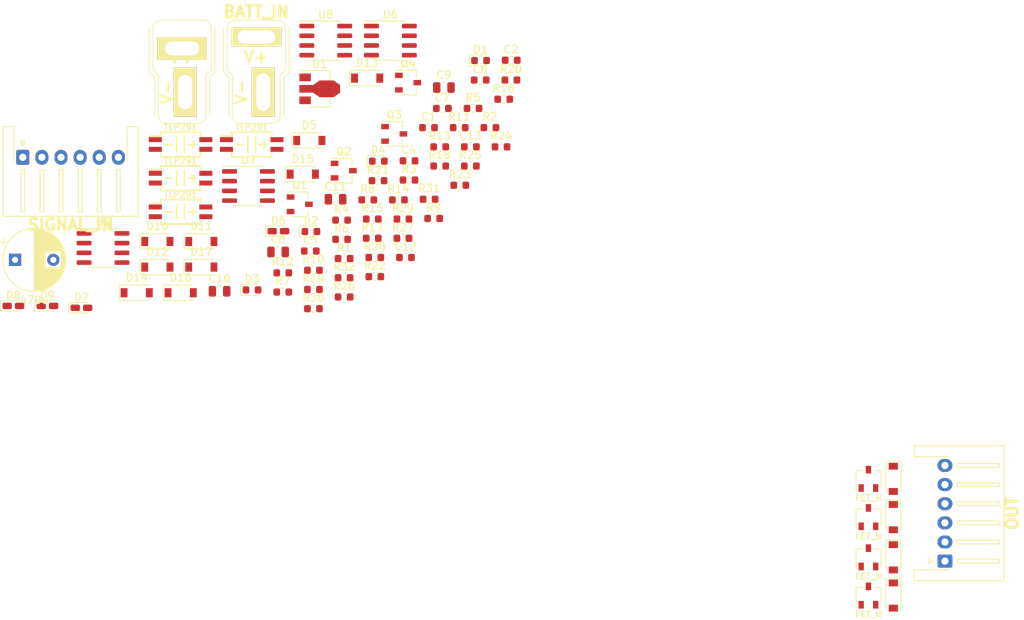
<source format=kicad_pcb>
(kicad_pcb (version 20171130) (host pcbnew "(5.1.2)-1")
  (layers (0 F.Cu signal) (31 B.Cu signal) (34 B.Paste user) (35 F.Paste user) (36 B.SilkS user) (37 F.SilkS user) (38 B.Mask user) (39 F.Mask user) (44 Edge.Cuts user))
  (net 0 "")
  (net 1 +12P)
  (net 2 GNDPWR)
  (net 3 batt+)
  (net 4 +BATT)
  (net 5 OUT_B)
  (net 6 "Net-(C8-Pad1)")
  (net 7 OUT_BN)
  (net 8 "Net-(C9-Pad1)")
  (net 9 "Net-(C10-Pad1)")
  (net 10 OUT_A)
  (net 11 "Net-(C11-Pad1)")
  (net 12 OUT_AN)
  (net 13 "Net-(D1-Pad2)")
  (net 14 "Net-(D2-Pad2)")
  (net 15 "Net-(D3-Pad2)")
  (net 16 "Net-(D4-Pad2)")
  (net 17 GND)
  (net 18 "Net-(D6-Pad2)")
  (net 19 "Net-(D7-Pad2)")
  (net 20 "Net-(D8-Pad2)")
  (net 21 "Net-(D9-Pad2)")
  (net 22 "Net-(D10-Pad2)")
  (net 23 "Net-(D11-Pad2)")
  (net 24 "Net-(D12-Pad2)")
  (net 25 "Net-(D13-Pad2)")
  (net 26 PWM_IN3)
  (net 27 PWM_IN2)
  (net 28 PWM_IN1)
  (net 29 PWM_IN0)
  (net 30 +5V)
  (net 31 "Net-(P4-Pad5)")
  (net 32 "Net-(P4-Pad6)")
  (net 33 "Net-(Q1-Pad1)")
  (net 34 "Net-(Q2-Pad1)")
  (net 35 "Net-(Q3-Pad1)")
  (net 36 "Net-(Q4-Pad1)")
  (net 37 "Net-(Q5-Pad1)")
  (net 38 "Net-(Q6-Pad1)")
  (net 39 "Net-(Q7-Pad1)")
  (net 40 "Net-(Q8-Pad1)")
  (net 41 "Net-(R5-Pad1)")
  (net 42 "Net-(R6-Pad1)")
  (net 43 "Net-(R7-Pad1)")
  (net 44 "Net-(R8-Pad1)")
  (net 45 PWM_Iso0)
  (net 46 PWM_Iso1)
  (net 47 PWM_Iso2)
  (net 48 PWM_Iso3)
  (net 49 "Net-(R17-Pad2)")
  (net 50 "Net-(R18-Pad2)")
  (net 51 "Net-(R19-Pad2)")
  (net 52 "Net-(R20-Pad2)")
  (net 53 "Net-(R25-Pad2)")
  (net 54 "Net-(R26-Pad2)")
  (net 55 "Net-(R27-Pad2)")
  (net 56 "Net-(R28-Pad2)")
  (net 57 "Net-(R29-Pad2)")
  (net 58 "Net-(R30-Pad2)")
  (net 59 "Net-(R31-Pad2)")
  (net 60 "Net-(R32-Pad2)")
  (module Capacitor_SMD:C_0603_1608Metric (layer F.Cu) (at 105.255001 43.345001)
    (fp_text reference C1 (at 0 -1.43) (layer F.SilkS))
    (fp_text value 0.1u)
    (pad 1 smd roundrect (at -0.7875 0) (size 0.875 0.95) (layers F.Cu F.Paste F.Mask) (net 1 +12P))
    (pad 2 smd roundrect (at 0.7875 0) (size 0.875 0.95) (layers F.Cu F.Paste F.Mask) (net 2 GNDPWR))
  )
  (module Capacitor_SMD:C_0603_1608Metric (layer F.Cu) (at 116.065001 34.535001)
    (fp_text reference C2 (at 0 -1.43) (layer F.SilkS))
    (fp_text value 0.1u)
    (pad 1 smd roundrect (at -0.7875 0) (size 0.875 0.95) (layers F.Cu F.Paste F.Mask) (net 3 batt+))
    (pad 2 smd roundrect (at 0.7875 0) (size 0.875 0.95) (layers F.Cu F.Paste F.Mask) (net 2 GNDPWR))
  )
  (module Capacitor_THT:CP_Radial_D8.0mm_P5.00mm (layer F.Cu) (at 51.219699 60.625001)
    (fp_text reference C3 hide)
    (fp_text value 470u (at 2.5 5.25) (layer F.SilkS))
    (pad 1 thru_hole rect (at 0 0) (size 1.6 1.6) (drill 0.8) (layers *.Cu *.Mask) (net 4 +BATT))
    (pad 2 thru_hole circle (at 5 0) (size 1.6 1.6) (drill 0.8) (layers *.Cu *.Mask) (net 2 GNDPWR))
  )
  (module Capacitor_SMD:C_0603_1608Metric (layer F.Cu) (at 102.705001 47.685001)
    (fp_text reference C4 (at 0 -1.43) (layer F.SilkS))
    (fp_text value 0.1u)
    (pad 2 smd roundrect (at 0.7875 0) (size 0.875 0.95) (layers F.Cu F.Paste F.Mask) (net 2 GNDPWR))
    (pad 1 smd roundrect (at -0.7875 0) (size 0.875 0.95) (layers F.Cu F.Paste F.Mask) (net 1 +12P))
  )
  (module Capacitor_SMD:C_0603_1608Metric (layer F.Cu) (at 89.805001 59.475001)
    (fp_text reference C5 (at 0 -1.43) (layer F.SilkS))
    (fp_text value 0.1u)
    (pad 2 smd roundrect (at 0.7875 0) (size 0.875 0.95) (layers F.Cu F.Paste F.Mask) (net 2 GNDPWR))
    (pad 1 smd roundrect (at -0.7875 0) (size 0.875 0.95) (layers F.Cu F.Paste F.Mask) (net 1 +12P))
  )
  (module Capacitor_SMD:C_0603_1608Metric (layer F.Cu) (at 112.015001 37.125001)
    (fp_text reference C6 (at 0 -1.43) (layer F.SilkS))
    (fp_text value 0.1u)
    (pad 2 smd roundrect (at 0.7875 0) (size 0.875 0.95) (layers F.Cu F.Paste F.Mask) (net 2 GNDPWR))
    (pad 1 smd roundrect (at -0.7875 0) (size 0.875 0.95) (layers F.Cu F.Paste F.Mask) (net 1 +12P))
  )
  (module Capacitor_SMD:C_0603_1608Metric (layer F.Cu) (at 107.065001 40.835001)
    (fp_text reference C7 (at 0 -1.43) (layer F.SilkS))
    (fp_text value 0.1u)
    (pad 2 smd roundrect (at 0.7875 0) (size 0.875 0.95) (layers F.Cu F.Paste F.Mask) (net 2 GNDPWR))
    (pad 1 smd roundrect (at -0.7875 0) (size 0.875 0.95) (layers F.Cu F.Paste F.Mask) (net 1 +12P))
  )
  (module Capacitor_SMD:C_0805_2012Metric (layer F.Cu) (at 85.595001 59.595001)
    (fp_text reference C8 (at 0 -1.65) (layer F.SilkS))
    (fp_text value 4.7u)
    (pad 2 smd roundrect (at 0.9375 0) (size 0.975 1.4) (layers F.Cu F.Paste F.Mask) (net 5 OUT_B))
    (pad 1 smd roundrect (at -0.9375 0) (size 0.975 1.4) (layers F.Cu F.Paste F.Mask) (net 6 "Net-(C8-Pad1)"))
  )
  (module Capacitor_SMD:C_0805_2012Metric (layer F.Cu) (at 107.265001 38.105001)
    (fp_text reference C9 (at 0 -1.65) (layer F.SilkS))
    (fp_text value 4.7u)
    (pad 2 smd roundrect (at 0.9375 0) (size 0.975 1.4) (layers F.Cu F.Paste F.Mask) (net 7 OUT_BN))
    (pad 1 smd roundrect (at -0.9375 0) (size 0.975 1.4) (layers F.Cu F.Paste F.Mask) (net 8 "Net-(C9-Pad1)"))
  )
  (module Capacitor_SMD:C_0805_2012Metric (layer F.Cu) (at 77.945001 64.735001)
    (fp_text reference C10 (at 0 -1.65) (layer F.SilkS))
    (fp_text value 4.7u)
    (pad 1 smd roundrect (at -0.9375 0) (size 0.975 1.4) (layers F.Cu F.Paste F.Mask) (net 9 "Net-(C10-Pad1)"))
    (pad 2 smd roundrect (at 0.9375 0) (size 0.975 1.4) (layers F.Cu F.Paste F.Mask) (net 10 OUT_A))
  )
  (module Capacitor_SMD:C_0805_2012Metric (layer F.Cu) (at 93.105001 52.705001)
    (fp_text reference C11 (at 0 -1.65) (layer F.SilkS))
    (fp_text value 4.7u)
    (pad 1 smd roundrect (at -0.9375 0) (size 0.975 1.4) (layers F.Cu F.Paste F.Mask) (net 11 "Net-(C11-Pad1)"))
    (pad 2 smd roundrect (at 0.9375 0) (size 0.975 1.4) (layers F.Cu F.Paste F.Mask) (net 12 OUT_AN))
  )
  (module Capacitor_SMD:C_0603_1608Metric (layer F.Cu) (at 102.245001 60.315001)
    (fp_text reference C12 (at 0 -1.43) (layer F.SilkS))
    (fp_text value 0.1u)
    (pad 1 smd roundrect (at -0.7875 0) (size 0.875 0.95) (layers F.Cu F.Paste F.Mask) (net 10 OUT_A))
    (pad 2 smd roundrect (at 0.7875 0) (size 0.875 0.95) (layers F.Cu F.Paste F.Mask) (net 12 OUT_AN))
  )
  (module Capacitor_SMD:C_0603_1608Metric (layer F.Cu) (at 110.725001 45.855001)
    (fp_text reference C13 (at 0 -1.43) (layer F.SilkS))
    (fp_text value 0.1u)
    (pad 1 smd roundrect (at -0.7875 0) (size 0.875 0.95) (layers F.Cu F.Paste F.Mask) (net 5 OUT_B))
    (pad 2 smd roundrect (at 0.7875 0) (size 0.875 0.95) (layers F.Cu F.Paste F.Mask) (net 7 OUT_BN))
  )
  (module LED_SMD:LED_0603_1608Metric (layer F.Cu) (at 112.055001 34.575001)
    (fp_text reference D1 (at 0 -1.43) (layer F.SilkS))
    (fp_text value BATT)
    (pad 1 smd roundrect (at -0.7875 0) (size 0.875 0.95) (layers F.Cu F.Paste F.Mask) (net 2 GNDPWR))
    (pad 2 smd roundrect (at 0.7875 0) (size 0.875 0.95) (layers F.Cu F.Paste F.Mask) (net 13 "Net-(D1-Pad2)"))
  )
  (module LED_SMD:LED_0603_1608Metric (layer F.Cu) (at 89.885001 56.925001)
    (fp_text reference D2 (at 0 -1.43) (layer F.SilkS))
    (fp_text value batt+)
    (pad 2 smd roundrect (at 0.7875 0) (size 0.875 0.95) (layers F.Cu F.Paste F.Mask) (net 14 "Net-(D2-Pad2)"))
    (pad 1 smd roundrect (at -0.7875 0) (size 0.875 0.95) (layers F.Cu F.Paste F.Mask) (net 2 GNDPWR))
  )
  (module LED_SMD:LED_0603_1608Metric (layer F.Cu) (at 82.195001 64.555001)
    (fp_text reference D3 (at 0 -1.43) (layer F.SilkS))
    (fp_text value +12P)
    (pad 1 smd roundrect (at -0.7875 0) (size 0.875 0.95) (layers F.Cu F.Paste F.Mask) (net 2 GNDPWR))
    (pad 2 smd roundrect (at 0.7875 0) (size 0.875 0.95) (layers F.Cu F.Paste F.Mask) (net 15 "Net-(D3-Pad2)"))
  )
  (module LED_SMD:LED_0603_1608Metric (layer F.Cu) (at 98.695001 47.725001)
    (fp_text reference D4 (at 0 -1.43) (layer F.SilkS))
    (fp_text value 5V)
    (pad 2 smd roundrect (at 0.7875 0) (size 0.875 0.95) (layers F.Cu F.Paste F.Mask) (net 16 "Net-(D4-Pad2)"))
    (pad 1 smd roundrect (at -0.7875 0) (size 0.875 0.95) (layers F.Cu F.Paste F.Mask) (net 17 GND))
  )
  (module Diode_SMD:D_SOD-123 (layer F.Cu) (at 89.675001 45.025001)
    (fp_text reference D5 (at 0 -2) (layer F.SilkS))
    (fp_text value DIODE)
    (pad 2 smd rect (at 1.65 0) (size 0.9 1.2) (layers F.Cu F.Paste F.Mask) (net 4 +BATT))
    (pad 1 smd rect (at -1.65 0) (size 0.9 1.2) (layers F.Cu F.Paste F.Mask) (net 3 batt+))
  )
  (module LED_SMD:LED_0603_1608Metric_Castellated (layer F.Cu) (at 85.635001 56.875001)
    (fp_text reference D6 (at 0 -1.38) (layer F.SilkS))
    (fp_text value LED)
    (pad 2 smd roundrect (at 0.8125 0) (size 1.225 0.85) (layers F.Cu F.Paste F.Mask) (net 18 "Net-(D6-Pad2)"))
    (pad 1 smd roundrect (at -0.8125 0) (size 1.225 0.85) (layers F.Cu F.Paste F.Mask) (net 2 GNDPWR))
  )
  (module LED_SMD:LED_0603_1608Metric_Castellated (layer F.Cu) (at 59.895001 66.895001)
    (fp_text reference D7 (at 0 -1.38) (layer F.SilkS))
    (fp_text value LED)
    (pad 1 smd roundrect (at -0.8125 0) (size 1.225 0.85) (layers F.Cu F.Paste F.Mask) (net 2 GNDPWR))
    (pad 2 smd roundrect (at 0.8125 0) (size 1.225 0.85) (layers F.Cu F.Paste F.Mask) (net 19 "Net-(D7-Pad2)"))
  )
  (module LED_SMD:LED_0603_1608Metric_Castellated (layer F.Cu) (at 50.995001 66.645001)
    (fp_text reference D8 (at 0 -1.38) (layer F.SilkS))
    (fp_text value LED)
    (pad 2 smd roundrect (at 0.8125 0) (size 1.225 0.85) (layers F.Cu F.Paste F.Mask) (net 20 "Net-(D8-Pad2)"))
    (pad 1 smd roundrect (at -0.8125 0) (size 1.225 0.85) (layers F.Cu F.Paste F.Mask) (net 2 GNDPWR))
  )
  (module LED_SMD:LED_0603_1608Metric_Castellated (layer F.Cu) (at 55.445001 66.645001)
    (fp_text reference D9 (at 0 -1.38) (layer F.SilkS))
    (fp_text value LED)
    (pad 1 smd roundrect (at -0.8125 0) (size 1.225 0.85) (layers F.Cu F.Paste F.Mask) (net 2 GNDPWR))
    (pad 2 smd roundrect (at 0.8125 0) (size 1.225 0.85) (layers F.Cu F.Paste F.Mask) (net 21 "Net-(D9-Pad2)"))
  )
  (module Diode_SMD:D_SOD-123 (layer F.Cu) (at 69.815001 58.225001)
    (fp_text reference D10 (at 0 -2) (layer F.SilkS))
    (fp_text value DIODE)
    (pad 1 smd rect (at -1.65 0) (size 0.9 1.2) (layers F.Cu F.Paste F.Mask) (net 6 "Net-(C8-Pad1)"))
    (pad 2 smd rect (at 1.65 0) (size 0.9 1.2) (layers F.Cu F.Paste F.Mask) (net 22 "Net-(D10-Pad2)"))
  )
  (module Diode_SMD:D_SOD-123 (layer F.Cu) (at 75.565001 58.225001)
    (fp_text reference D11 (at 0 -2) (layer F.SilkS))
    (fp_text value DIODE)
    (pad 1 smd rect (at -1.65 0) (size 0.9 1.2) (layers F.Cu F.Paste F.Mask) (net 8 "Net-(C9-Pad1)"))
    (pad 2 smd rect (at 1.65 0) (size 0.9 1.2) (layers F.Cu F.Paste F.Mask) (net 23 "Net-(D11-Pad2)"))
  )
  (module Diode_SMD:D_SOD-123 (layer F.Cu) (at 69.815001 61.575001)
    (fp_text reference D12 (at 0 -2) (layer F.SilkS))
    (fp_text value DIODE)
    (pad 1 smd rect (at -1.65 0) (size 0.9 1.2) (layers F.Cu F.Paste F.Mask) (net 9 "Net-(C10-Pad1)"))
    (pad 2 smd rect (at 1.65 0) (size 0.9 1.2) (layers F.Cu F.Paste F.Mask) (net 24 "Net-(D12-Pad2)"))
  )
  (module Diode_SMD:D_SOD-123 (layer F.Cu) (at 97.235001 36.875001)
    (fp_text reference D13 (at 0 -2) (layer F.SilkS))
    (fp_text value DIODE)
    (pad 1 smd rect (at -1.65 0) (size 0.9 1.2) (layers F.Cu F.Paste F.Mask) (net 11 "Net-(C11-Pad1)"))
    (pad 2 smd rect (at 1.65 0) (size 0.9 1.2) (layers F.Cu F.Paste F.Mask) (net 25 "Net-(D13-Pad2)"))
  )
  (module Diode_SMD:D_SOD-123 (layer F.Cu) (at 67.115001 64.925001)
    (fp_text reference D14 (at 0 -2) (layer F.SilkS))
    (fp_text value DIODE)
    (pad 2 smd rect (at 1.65 0) (size 0.9 1.2) (layers F.Cu F.Paste F.Mask) (net 5 OUT_B))
    (pad 1 smd rect (at -1.65 0) (size 0.9 1.2) (layers F.Cu F.Paste F.Mask) (net 4 +BATT))
  )
  (module Diode_SMD:D_SOD-123 (layer F.Cu) (at 88.825001 49.425001)
    (fp_text reference D15 (at 0 -2) (layer F.SilkS))
    (fp_text value DIODE)
    (pad 1 smd rect (at -1.65 0) (size 0.9 1.2) (layers F.Cu F.Paste F.Mask) (net 5 OUT_B))
    (pad 2 smd rect (at 1.65 0) (size 0.9 1.2) (layers F.Cu F.Paste F.Mask) (net 2 GNDPWR))
  )
  (module Diode_SMD:D_SOD-123 (layer F.Cu) (at 72.865001 64.925001)
    (fp_text reference D16 (at 0 -2) (layer F.SilkS))
    (fp_text value DIODE)
    (pad 2 smd rect (at 1.65 0) (size 0.9 1.2) (layers F.Cu F.Paste F.Mask) (net 7 OUT_BN))
    (pad 1 smd rect (at -1.65 0) (size 0.9 1.2) (layers F.Cu F.Paste F.Mask) (net 4 +BATT))
  )
  (module Diode_SMD:D_SOD-123 (layer F.Cu) (at 75.565001 61.575001)
    (fp_text reference D17 (at 0 -2) (layer F.SilkS))
    (fp_text value DIODE)
    (pad 1 smd rect (at -1.65 0) (size 0.9 1.2) (layers F.Cu F.Paste F.Mask) (net 7 OUT_BN))
    (pad 2 smd rect (at 1.65 0) (size 0.9 1.2) (layers F.Cu F.Paste F.Mask) (net 2 GNDPWR))
  )
  (module Diode_SMD:D_SOD-123 (layer F.Cu) (at 166 99.5 270)
    (fp_text reference D18 hide)
    (fp_text value DIODE)
    (pad 2 smd rect (at 1.65 0 270) (size 0.9 1.2) (layers F.Cu F.Paste F.Mask) (net 10 OUT_A))
    (pad 1 smd rect (at -1.65 0 270) (size 0.9 1.2) (layers F.Cu F.Paste F.Mask) (net 4 +BATT))
  )
  (module Diode_SMD:D_SOD-123 (layer F.Cu) (at 166 104.5 270)
    (fp_text reference D19 hide)
    (fp_text value DIODE)
    (pad 1 smd rect (at -1.65 0 270) (size 0.9 1.2) (layers F.Cu F.Paste F.Mask) (net 10 OUT_A))
    (pad 2 smd rect (at 1.65 0 270) (size 0.9 1.2) (layers F.Cu F.Paste F.Mask) (net 2 GNDPWR))
  )
  (module Diode_SMD:D_SOD-123 (layer F.Cu) (at 166 89.25 270)
    (fp_text reference D20 hide)
    (fp_text value DIODE)
    (pad 2 smd rect (at 1.65 0 270) (size 0.9 1.2) (layers F.Cu F.Paste F.Mask) (net 12 OUT_AN))
    (pad 1 smd rect (at -1.65 0 270) (size 0.9 1.2) (layers F.Cu F.Paste F.Mask) (net 4 +BATT))
  )
  (module Diode_SMD:D_SOD-123 (layer F.Cu) (at 166 94.25 270)
    (fp_text reference D21 hide)
    (fp_text value DIODE)
    (pad 2 smd rect (at 1.65 0 270) (size 0.9 1.2) (layers F.Cu F.Paste F.Mask) (net 2 GNDPWR))
    (pad 1 smd rect (at -1.65 0 270) (size 0.9 1.2) (layers F.Cu F.Paste F.Mask) (net 12 OUT_AN))
  )
  (module Connector_JST:JST_XH_S6B-XH-A-1_1x06_P2.50mm_Horizontal (layer F.Cu) (at 52.225001 47.225001)
    (fp_text reference P1 hide)
    (fp_text value SIGNAL_IN (at 6.25 8.8) (layer F.SilkS) (effects (font (size 1.5 1.5) (thickness 0.375))))
    (pad 6 thru_hole oval (at 12.5 0) (size 1.7 1.95) (drill 0.95) (layers *.Cu *.Mask) (net 26 PWM_IN3))
    (pad 5 thru_hole oval (at 10 0) (size 1.7 1.95) (drill 0.95) (layers *.Cu *.Mask) (net 27 PWM_IN2))
    (pad 4 thru_hole oval (at 7.5 0) (size 1.7 1.95) (drill 0.95) (layers *.Cu *.Mask) (net 28 PWM_IN1))
    (pad 3 thru_hole oval (at 5 0) (size 1.7 1.95) (drill 0.95) (layers *.Cu *.Mask) (net 29 PWM_IN0))
    (pad 2 thru_hole oval (at 2.5 0) (size 1.7 1.95) (drill 0.95) (layers *.Cu *.Mask) (net 30 +5V))
    (pad 1 thru_hole roundrect (at 0 0) (size 1.7 1.95) (drill 0.95) (layers *.Cu *.Mask) (roundrect_rratio 0.147059) (net 17 GND))
  )
  (module Mizz_lib:DEANS_T_F_ver.Mizz (layer F.Cu) (at 82.750001 35.800001)
    (fp_text reference P2 hide)
    (fp_text value BATT_IN (at 0 -7.6) (layer F.SilkS) (effects (font (size 1.5 1.5) (thickness 0.375))))
    (fp_text user V- (at -2 2.9 90) (layer F.SilkS) (effects (font (size 1.524 1.524) (thickness 0.3048))))
    (fp_text user V+ (at 0 -1.7 180) (layer F.SilkS) (effects (font (size 1.524 1.524) (thickness 0.3048))))
    (pad 2 thru_hole rect (at 0 -4.3) (size 6.5 2.5) (drill oval 4.9 1.8) (layers *.Cu *.Mask F.SilkS) (net 4 +BATT))
    (pad 1 thru_hole rect (at 0.9 2.9) (size 3 6.4516) (drill oval 1.8 4.9) (layers *.Cu *.Mask F.SilkS) (net 2 GNDPWR))
  )
  (module Mizz_lib:DEANS_T_M_ver.Mizz (layer F.Cu) (at 73.050001 35.800001)
    (fp_text reference P3 hide)
    (fp_text value BATT_IN hide)
    (fp_text user V- (at -2 2.9 90) (layer F.SilkS) (effects (font (size 1.524 1.524) (thickness 0.3048))))
    (fp_text user V+ (at 0 -1.7 180) (layer F.SilkS) (effects (font (size 1.524 1.524) (thickness 0.3048))))
    (pad 2 thru_hole rect (at 0 -2.8) (size 6.5 3) (drill oval 4.5 1.8) (layers *.Cu *.Mask F.SilkS) (net 4 +BATT))
    (pad 1 thru_hole rect (at 0.4 2.9) (size 3 6.4516) (drill oval 1.8 4.5) (layers *.Cu *.Mask F.SilkS) (net 2 GNDPWR))
  )
  (module Connector_JST:JST_XH_S6B-XH-A-1_1x06_P2.50mm_Horizontal (layer F.Cu) (at 172.75 100 90)
    (fp_text reference P4 hide)
    (fp_text value OUT (at 6.25 8.8 90) (layer F.SilkS) (effects (font (size 1.5 1.5) (thickness 0.375))))
    (pad 1 thru_hole roundrect (at 0 0 90) (size 1.7 1.95) (drill 0.95) (layers *.Cu *.Mask) (roundrect_rratio 0.147059) (net 10 OUT_A))
    (pad 2 thru_hole oval (at 2.5 0 90) (size 1.7 1.95) (drill 0.95) (layers *.Cu *.Mask) (net 12 OUT_AN))
    (pad 3 thru_hole oval (at 5 0 90) (size 1.7 1.95) (drill 0.95) (layers *.Cu *.Mask) (net 5 OUT_B))
    (pad 4 thru_hole oval (at 7.5 0 90) (size 1.7 1.95) (drill 0.95) (layers *.Cu *.Mask) (net 7 OUT_BN))
    (pad 5 thru_hole oval (at 10 0 90) (size 1.7 1.95) (drill 0.95) (layers *.Cu *.Mask) (net 31 "Net-(P4-Pad5)"))
    (pad 6 thru_hole oval (at 12.5 0 90) (size 1.7 1.95) (drill 0.95) (layers *.Cu *.Mask) (net 32 "Net-(P4-Pad6)"))
  )
  (module Package_TO_SOT_SMD:SOT-23W (layer F.Cu) (at 88.425001 53.365001)
    (fp_text reference Q1 (at 0 -2.5) (layer F.SilkS))
    (fp_text value FET_N)
    (pad 3 smd rect (at 1.2 0) (size 1 0.7) (layers F.Cu F.Paste F.Mask) (net 4 +BATT))
    (pad 2 smd rect (at -1.2 0.95) (size 1 0.7) (layers F.Cu F.Paste F.Mask) (net 5 OUT_B))
    (pad 1 smd rect (at -1.2 -0.95) (size 1 0.7) (layers F.Cu F.Paste F.Mask) (net 33 "Net-(Q1-Pad1)"))
  )
  (module Package_TO_SOT_SMD:SOT-23W (layer F.Cu) (at 94.175001 48.965001)
    (fp_text reference Q2 (at 0 -2.5) (layer F.SilkS))
    (fp_text value FET_N)
    (pad 3 smd rect (at 1.2 0) (size 1 0.7) (layers F.Cu F.Paste F.Mask) (net 5 OUT_B))
    (pad 2 smd rect (at -1.2 0.95) (size 1 0.7) (layers F.Cu F.Paste F.Mask) (net 2 GNDPWR))
    (pad 1 smd rect (at -1.2 -0.95) (size 1 0.7) (layers F.Cu F.Paste F.Mask) (net 34 "Net-(Q2-Pad1)"))
  )
  (module Package_TO_SOT_SMD:SOT-23W (layer F.Cu) (at 100.775001 44.165001)
    (fp_text reference Q3 (at 0 -2.5) (layer F.SilkS))
    (fp_text value FET_N)
    (pad 3 smd rect (at 1.2 0) (size 1 0.7) (layers F.Cu F.Paste F.Mask) (net 4 +BATT))
    (pad 2 smd rect (at -1.2 0.95) (size 1 0.7) (layers F.Cu F.Paste F.Mask) (net 7 OUT_BN))
    (pad 1 smd rect (at -1.2 -0.95) (size 1 0.7) (layers F.Cu F.Paste F.Mask) (net 35 "Net-(Q3-Pad1)"))
  )
  (module Package_TO_SOT_SMD:SOT-23W (layer F.Cu) (at 102.585001 37.465001)
    (fp_text reference Q4 (at 0 -2.5) (layer F.SilkS))
    (fp_text value FET_N)
    (pad 1 smd rect (at -1.2 -0.95) (size 1 0.7) (layers F.Cu F.Paste F.Mask) (net 36 "Net-(Q4-Pad1)"))
    (pad 2 smd rect (at -1.2 0.95) (size 1 0.7) (layers F.Cu F.Paste F.Mask) (net 2 GNDPWR))
    (pad 3 smd rect (at 1.2 0) (size 1 0.7) (layers F.Cu F.Paste F.Mask) (net 7 OUT_BN))
  )
  (module Package_TO_SOT_SMD:SOT-23W (layer F.Cu) (at 162.75 99.5 90)
    (fp_text reference Q5 hide)
    (fp_text value FET_N (at -2.5 0 180) (layer F.SilkS) (effects (font (size 0.8 0.8))))
    (pad 1 smd rect (at -1.2 -0.95 90) (size 1 0.7) (layers F.Cu F.Paste F.Mask) (net 37 "Net-(Q5-Pad1)"))
    (pad 2 smd rect (at -1.2 0.95 90) (size 1 0.7) (layers F.Cu F.Paste F.Mask) (net 10 OUT_A))
    (pad 3 smd rect (at 1.2 0 90) (size 1 0.7) (layers F.Cu F.Paste F.Mask) (net 4 +BATT))
  )
  (module Package_TO_SOT_SMD:SOT-23W (layer F.Cu) (at 162.75 104.5 90)
    (fp_text reference Q6 hide)
    (fp_text value FET_N (at -2.5 0 180) (layer F.SilkS) (effects (font (size 0.8 0.8))))
    (pad 1 smd rect (at -1.2 -0.95 90) (size 1 0.7) (layers F.Cu F.Paste F.Mask) (net 38 "Net-(Q6-Pad1)"))
    (pad 2 smd rect (at -1.2 0.95 90) (size 1 0.7) (layers F.Cu F.Paste F.Mask) (net 2 GNDPWR))
    (pad 3 smd rect (at 1.2 0 90) (size 1 0.7) (layers F.Cu F.Paste F.Mask) (net 10 OUT_A))
  )
  (module Package_TO_SOT_SMD:SOT-23W (layer F.Cu) (at 162.75 89.25 90)
    (fp_text reference Q7 hide)
    (fp_text value FET_N (at -2.5 0 180) (layer F.SilkS) (effects (font (size 0.8 0.8))))
    (pad 1 smd rect (at -1.2 -0.95 90) (size 1 0.7) (layers F.Cu F.Paste F.Mask) (net 39 "Net-(Q7-Pad1)"))
    (pad 2 smd rect (at -1.2 0.95 90) (size 1 0.7) (layers F.Cu F.Paste F.Mask) (net 12 OUT_AN))
    (pad 3 smd rect (at 1.2 0 90) (size 1 0.7) (layers F.Cu F.Paste F.Mask) (net 4 +BATT))
  )
  (module Package_TO_SOT_SMD:SOT-23W (layer F.Cu) (at 162.75 94.25 90)
    (fp_text reference Q8 hide)
    (fp_text value FET_N (at -2.5 0 180) (layer F.SilkS) (effects (font (size 0.8 0.8))))
    (pad 3 smd rect (at 1.2 0 90) (size 1 0.7) (layers F.Cu F.Paste F.Mask) (net 12 OUT_AN))
    (pad 2 smd rect (at -1.2 0.95 90) (size 1 0.7) (layers F.Cu F.Paste F.Mask) (net 2 GNDPWR))
    (pad 1 smd rect (at -1.2 -0.95 90) (size 1 0.7) (layers F.Cu F.Paste F.Mask) (net 40 "Net-(Q8-Pad1)"))
  )
  (module Resistor_SMD:R_0603_1608Metric (layer F.Cu) (at 94.225001 60.455001)
    (fp_text reference R1 (at 0 -1.43) (layer F.SilkS))
    (fp_text value 4.7k)
    (pad 1 smd roundrect (at -0.7875 0) (size 0.875 0.95) (layers F.Cu F.Paste F.Mask) (net 13 "Net-(D1-Pad2)"))
    (pad 2 smd roundrect (at 0.7875 0) (size 0.875 0.95) (layers F.Cu F.Paste F.Mask) (net 4 +BATT))
  )
  (module Resistor_SMD:R_0603_1608Metric (layer F.Cu) (at 113.275001 43.345001)
    (fp_text reference R2 (at 0 -1.43) (layer F.SilkS))
    (fp_text value 4.7k)
    (pad 1 smd roundrect (at -0.7875 0) (size 0.875 0.95) (layers F.Cu F.Paste F.Mask) (net 14 "Net-(D2-Pad2)"))
    (pad 2 smd roundrect (at 0.7875 0) (size 0.875 0.95) (layers F.Cu F.Paste F.Mask) (net 3 batt+))
  )
  (module Resistor_SMD:R_0603_1608Metric (layer F.Cu) (at 102.705001 50.195001)
    (fp_text reference R3 (at 0 -1.43) (layer F.SilkS))
    (fp_text value 2.2k)
    (pad 1 smd roundrect (at -0.7875 0) (size 0.875 0.95) (layers F.Cu F.Paste F.Mask) (net 15 "Net-(D3-Pad2)"))
    (pad 2 smd roundrect (at 0.7875 0) (size 0.875 0.95) (layers F.Cu F.Paste F.Mask) (net 1 +12P))
  )
  (module Resistor_SMD:R_0603_1608Metric (layer F.Cu) (at 93.895001 55.435001)
    (fp_text reference R4 (at 0 -1.43) (layer F.SilkS))
    (fp_text value 510)
    (pad 1 smd roundrect (at -0.7875 0) (size 0.875 0.95) (layers F.Cu F.Paste F.Mask) (net 16 "Net-(D4-Pad2)"))
    (pad 2 smd roundrect (at 0.7875 0) (size 0.875 0.95) (layers F.Cu F.Paste F.Mask) (net 30 +5V))
  )
  (module Resistor_SMD:R_0603_1608Metric (layer F.Cu) (at 111.075001 40.835001)
    (fp_text reference R5 (at 0 -1.43) (layer F.SilkS))
    (fp_text value 330)
    (pad 2 smd roundrect (at 0.7875 0) (size 0.875 0.95) (layers F.Cu F.Paste F.Mask) (net 17 GND))
    (pad 1 smd roundrect (at -0.7875 0) (size 0.875 0.95) (layers F.Cu F.Paste F.Mask) (net 41 "Net-(R5-Pad1)"))
  )
  (module Resistor_SMD:R_0603_1608Metric (layer F.Cu) (at 93.895001 57.945001)
    (fp_text reference R6 (at 0 -1.43) (layer F.SilkS))
    (fp_text value 330)
    (pad 2 smd roundrect (at 0.7875 0) (size 0.875 0.95) (layers F.Cu F.Paste F.Mask) (net 17 GND))
    (pad 1 smd roundrect (at -0.7875 0) (size 0.875 0.95) (layers F.Cu F.Paste F.Mask) (net 42 "Net-(R6-Pad1)"))
  )
  (module Resistor_SMD:R_0603_1608Metric (layer F.Cu) (at 86.205001 64.835001)
    (fp_text reference R7 (at 0 -1.43) (layer F.SilkS))
    (fp_text value 330)
    (pad 1 smd roundrect (at -0.7875 0) (size 0.875 0.95) (layers F.Cu F.Paste F.Mask) (net 43 "Net-(R7-Pad1)"))
    (pad 2 smd roundrect (at 0.7875 0) (size 0.875 0.95) (layers F.Cu F.Paste F.Mask) (net 17 GND))
  )
  (module Resistor_SMD:R_0603_1608Metric (layer F.Cu) (at 97.315001 52.785001)
    (fp_text reference R8 (at 0 -1.43) (layer F.SilkS))
    (fp_text value 330)
    (pad 1 smd roundrect (at -0.7875 0) (size 0.875 0.95) (layers F.Cu F.Paste F.Mask) (net 44 "Net-(R8-Pad1)"))
    (pad 2 smd roundrect (at 0.7875 0) (size 0.875 0.95) (layers F.Cu F.Paste F.Mask) (net 17 GND))
  )
  (module Resistor_SMD:R_0603_1608Metric (layer F.Cu) (at 105.925001 55.215001)
    (fp_text reference R9 (at 0 -1.43) (layer F.SilkS))
    (fp_text value 10k)
    (pad 1 smd roundrect (at -0.7875 0) (size 0.875 0.95) (layers F.Cu F.Paste F.Mask) (net 45 PWM_Iso0))
    (pad 2 smd roundrect (at 0.7875 0) (size 0.875 0.95) (layers F.Cu F.Paste F.Mask) (net 2 GNDPWR))
  )
  (module Resistor_SMD:R_0603_1608Metric (layer F.Cu) (at 90.215001 61.985001)
    (fp_text reference R10 (at 0 -1.43) (layer F.SilkS))
    (fp_text value 10k)
    (pad 2 smd roundrect (at 0.7875 0) (size 0.875 0.95) (layers F.Cu F.Paste F.Mask) (net 2 GNDPWR))
    (pad 1 smd roundrect (at -0.7875 0) (size 0.875 0.95) (layers F.Cu F.Paste F.Mask) (net 46 PWM_Iso1))
  )
  (module Resistor_SMD:R_0603_1608Metric (layer F.Cu) (at 109.265001 43.345001)
    (fp_text reference R11 (at 0 -1.43) (layer F.SilkS))
    (fp_text value 10k)
    (pad 2 smd roundrect (at 0.7875 0) (size 0.875 0.95) (layers F.Cu F.Paste F.Mask) (net 2 GNDPWR))
    (pad 1 smd roundrect (at -0.7875 0) (size 0.875 0.95) (layers F.Cu F.Paste F.Mask) (net 47 PWM_Iso2))
  )
  (module Resistor_SMD:R_0603_1608Metric (layer F.Cu) (at 86.205001 62.325001)
    (fp_text reference R12 (at 0 -1.43) (layer F.SilkS))
    (fp_text value 10k)
    (pad 2 smd roundrect (at 0.7875 0) (size 0.875 0.95) (layers F.Cu F.Paste F.Mask) (net 2 GNDPWR))
    (pad 1 smd roundrect (at -0.7875 0) (size 0.875 0.95) (layers F.Cu F.Paste F.Mask) (net 48 PWM_Iso3))
  )
  (module Resistor_SMD:R_0603_1608Metric (layer F.Cu) (at 106.715001 45.855001)
    (fp_text reference R13 (at 0 -1.43) (layer F.SilkS))
    (fp_text value 1.2k)
    (pad 2 smd roundrect (at 0.7875 0) (size 0.875 0.95) (layers F.Cu F.Paste F.Mask) (net 45 PWM_Iso0))
    (pad 1 smd roundrect (at -0.7875 0) (size 0.875 0.95) (layers F.Cu F.Paste F.Mask) (net 18 "Net-(D6-Pad2)"))
  )
  (module Resistor_SMD:R_0603_1608Metric (layer F.Cu) (at 101.325001 52.785001)
    (fp_text reference R14 (at 0 -1.43) (layer F.SilkS))
    (fp_text value 1.2k)
    (pad 2 smd roundrect (at 0.7875 0) (size 0.875 0.95) (layers F.Cu F.Paste F.Mask) (net 46 PWM_Iso1))
    (pad 1 smd roundrect (at -0.7875 0) (size 0.875 0.95) (layers F.Cu F.Paste F.Mask) (net 19 "Net-(D7-Pad2)"))
  )
  (module Resistor_SMD:R_0603_1608Metric (layer F.Cu) (at 97.905001 55.295001)
    (fp_text reference R15 (at 0 -1.43) (layer F.SilkS))
    (fp_text value 1.2k)
    (pad 1 smd roundrect (at -0.7875 0) (size 0.875 0.95) (layers F.Cu F.Paste F.Mask) (net 20 "Net-(D8-Pad2)"))
    (pad 2 smd roundrect (at 0.7875 0) (size 0.875 0.95) (layers F.Cu F.Paste F.Mask) (net 47 PWM_Iso2))
  )
  (module Resistor_SMD:R_0603_1608Metric (layer F.Cu) (at 115.085001 39.635001)
    (fp_text reference R16 (at 0 -1.43) (layer F.SilkS))
    (fp_text value 1.2k)
    (pad 2 smd roundrect (at 0.7875 0) (size 0.875 0.95) (layers F.Cu F.Paste F.Mask) (net 48 PWM_Iso3))
    (pad 1 smd roundrect (at -0.7875 0) (size 0.875 0.95) (layers F.Cu F.Paste F.Mask) (net 21 "Net-(D9-Pad2)"))
  )
  (module Resistor_SMD:R_0603_1608Metric (layer F.Cu) (at 97.905001 57.805001)
    (fp_text reference R17 (at 0 -1.43) (layer F.SilkS))
    (fp_text value 10k)
    (pad 2 smd roundrect (at 0.7875 0) (size 0.875 0.95) (layers F.Cu F.Paste F.Mask) (net 49 "Net-(R17-Pad2)"))
    (pad 1 smd roundrect (at -0.7875 0) (size 0.875 0.95) (layers F.Cu F.Paste F.Mask) (net 1 +12P))
  )
  (module Resistor_SMD:R_0603_1608Metric (layer F.Cu) (at 106.715001 48.365001)
    (fp_text reference R18 (at 0 -1.43) (layer F.SilkS))
    (fp_text value 10k)
    (pad 2 smd roundrect (at 0.7875 0) (size 0.875 0.95) (layers F.Cu F.Paste F.Mask) (net 50 "Net-(R18-Pad2)"))
    (pad 1 smd roundrect (at -0.7875 0) (size 0.875 0.95) (layers F.Cu F.Paste F.Mask) (net 1 +12P))
  )
  (module Resistor_SMD:R_0603_1608Metric (layer F.Cu) (at 90.215001 64.495001)
    (fp_text reference R19 (at 0 -1.43) (layer F.SilkS))
    (fp_text value 10k)
    (pad 1 smd roundrect (at -0.7875 0) (size 0.875 0.95) (layers F.Cu F.Paste F.Mask) (net 1 +12P))
    (pad 2 smd roundrect (at 0.7875 0) (size 0.875 0.95) (layers F.Cu F.Paste F.Mask) (net 51 "Net-(R19-Pad2)"))
  )
  (module Resistor_SMD:R_0603_1608Metric (layer F.Cu) (at 116.025001 37.125001)
    (fp_text reference R20 (at 0 -1.43) (layer F.SilkS))
    (fp_text value 10k)
    (pad 2 smd roundrect (at 0.7875 0) (size 0.875 0.95) (layers F.Cu F.Paste F.Mask) (net 52 "Net-(R20-Pad2)"))
    (pad 1 smd roundrect (at -0.7875 0) (size 0.875 0.95) (layers F.Cu F.Paste F.Mask) (net 1 +12P))
  )
  (module Resistor_SMD:R_0603_1608Metric (layer F.Cu) (at 98.655001 50.275001)
    (fp_text reference R21 (at 0 -1.43) (layer F.SilkS))
    (fp_text value 1)
    (pad 1 smd roundrect (at -0.7875 0) (size 0.875 0.95) (layers F.Cu F.Paste F.Mask) (net 24 "Net-(D12-Pad2)"))
    (pad 2 smd roundrect (at 0.7875 0) (size 0.875 0.95) (layers F.Cu F.Paste F.Mask) (net 1 +12P))
  )
  (module Resistor_SMD:R_0603_1608Metric (layer F.Cu) (at 98.235001 62.825001)
    (fp_text reference R22 (at 0 -1.43) (layer F.SilkS))
    (fp_text value 1)
    (pad 2 smd roundrect (at 0.7875 0) (size 0.875 0.95) (layers F.Cu F.Paste F.Mask) (net 1 +12P))
    (pad 1 smd roundrect (at -0.7875 0) (size 0.875 0.95) (layers F.Cu F.Paste F.Mask) (net 25 "Net-(D13-Pad2)"))
  )
  (module Resistor_SMD:R_0603_1608Metric (layer F.Cu) (at 109.345001 50.875001)
    (fp_text reference R23 (at 0 -1.43) (layer F.SilkS))
    (fp_text value 1)
    (pad 2 smd roundrect (at 0.7875 0) (size 0.875 0.95) (layers F.Cu F.Paste F.Mask) (net 1 +12P))
    (pad 1 smd roundrect (at -0.7875 0) (size 0.875 0.95) (layers F.Cu F.Paste F.Mask) (net 22 "Net-(D10-Pad2)"))
  )
  (module Resistor_SMD:R_0603_1608Metric (layer F.Cu) (at 114.735001 45.855001)
    (fp_text reference R24 (at 0 -1.43) (layer F.SilkS))
    (fp_text value 1)
    (pad 1 smd roundrect (at -0.7875 0) (size 0.875 0.95) (layers F.Cu F.Paste F.Mask) (net 23 "Net-(D11-Pad2)"))
    (pad 2 smd roundrect (at 0.7875 0) (size 0.875 0.95) (layers F.Cu F.Paste F.Mask) (net 1 +12P))
  )
  (module Resistor_SMD:R_0603_1608Metric (layer F.Cu) (at 110.725001 48.365001)
    (fp_text reference R25 (at 0 -1.43) (layer F.SilkS))
    (fp_text value 10)
    (pad 2 smd roundrect (at 0.7875 0) (size 0.875 0.95) (layers F.Cu F.Paste F.Mask) (net 53 "Net-(R25-Pad2)"))
    (pad 1 smd roundrect (at -0.7875 0) (size 0.875 0.95) (layers F.Cu F.Paste F.Mask) (net 33 "Net-(Q1-Pad1)"))
  )
  (module Resistor_SMD:R_0603_1608Metric (layer F.Cu) (at 94.225001 65.475001)
    (fp_text reference R26 (at 0 -1.43) (layer F.SilkS))
    (fp_text value 10)
    (pad 1 smd roundrect (at -0.7875 0) (size 0.875 0.95) (layers F.Cu F.Paste F.Mask) (net 34 "Net-(Q2-Pad1)"))
    (pad 2 smd roundrect (at 0.7875 0) (size 0.875 0.95) (layers F.Cu F.Paste F.Mask) (net 54 "Net-(R26-Pad2)"))
  )
  (module Resistor_SMD:R_0603_1608Metric (layer F.Cu) (at 101.915001 57.805001)
    (fp_text reference R27 (at 0 -1.43) (layer F.SilkS))
    (fp_text value 10)
    (pad 1 smd roundrect (at -0.7875 0) (size 0.875 0.95) (layers F.Cu F.Paste F.Mask) (net 35 "Net-(Q3-Pad1)"))
    (pad 2 smd roundrect (at 0.7875 0) (size 0.875 0.95) (layers F.Cu F.Paste F.Mask) (net 55 "Net-(R27-Pad2)"))
  )
  (module Resistor_SMD:R_0603_1608Metric (layer F.Cu) (at 98.235001 60.315001)
    (fp_text reference R28 (at 0 -1.43) (layer F.SilkS))
    (fp_text value 10)
    (pad 1 smd roundrect (at -0.7875 0) (size 0.875 0.95) (layers F.Cu F.Paste F.Mask) (net 36 "Net-(Q4-Pad1)"))
    (pad 2 smd roundrect (at 0.7875 0) (size 0.875 0.95) (layers F.Cu F.Paste F.Mask) (net 56 "Net-(R28-Pad2)"))
  )
  (module Resistor_SMD:R_0603_1608Metric (layer F.Cu) (at 101.915001 55.295001)
    (fp_text reference R29 (at 0 -1.43) (layer F.SilkS))
    (fp_text value 10)
    (pad 2 smd roundrect (at 0.7875 0) (size 0.875 0.95) (layers F.Cu F.Paste F.Mask) (net 57 "Net-(R29-Pad2)"))
    (pad 1 smd roundrect (at -0.7875 0) (size 0.875 0.95) (layers F.Cu F.Paste F.Mask) (net 37 "Net-(Q5-Pad1)"))
  )
  (module Resistor_SMD:R_0603_1608Metric (layer F.Cu) (at 90.215001 67.005001)
    (fp_text reference R30 (at 0 -1.43) (layer F.SilkS))
    (fp_text value 10)
    (pad 1 smd roundrect (at -0.7875 0) (size 0.875 0.95) (layers F.Cu F.Paste F.Mask) (net 38 "Net-(Q6-Pad1)"))
    (pad 2 smd roundrect (at 0.7875 0) (size 0.875 0.95) (layers F.Cu F.Paste F.Mask) (net 58 "Net-(R30-Pad2)"))
  )
  (module Resistor_SMD:R_0603_1608Metric (layer F.Cu) (at 105.335001 52.705001)
    (fp_text reference R31 (at 0 -1.43) (layer F.SilkS))
    (fp_text value 10)
    (pad 2 smd roundrect (at 0.7875 0) (size 0.875 0.95) (layers F.Cu F.Paste F.Mask) (net 59 "Net-(R31-Pad2)"))
    (pad 1 smd roundrect (at -0.7875 0) (size 0.875 0.95) (layers F.Cu F.Paste F.Mask) (net 39 "Net-(Q7-Pad1)"))
  )
  (module Resistor_SMD:R_0603_1608Metric (layer F.Cu) (at 94.225001 62.965001)
    (fp_text reference R32 (at 0 -1.43) (layer F.SilkS))
    (fp_text value 10)
    (pad 1 smd roundrect (at -0.7875 0) (size 0.875 0.95) (layers F.Cu F.Paste F.Mask) (net 40 "Net-(Q8-Pad1)"))
    (pad 2 smd roundrect (at 0.7875 0) (size 0.875 0.95) (layers F.Cu F.Paste F.Mask) (net 60 "Net-(R32-Pad2)"))
  )
  (module Package_TO_SOT_SMD:SOT-89-3 (layer F.Cu) (at 90.605001 38.275001)
    (fp_text reference U1 (at 0.45 -3.2) (layer F.SilkS))
    (fp_text value NJM78L00)
    (pad 2 smd trapezoid (at 2.667 0 270) (size 1.6 0.85) (rect_delta 0 0.6) (layers F.Cu F.Paste F.Mask) (net 2 GNDPWR))
    (pad 1 smd rect (at -1.48 -1.5 270) (size 1 1.5) (layers F.Cu F.Paste F.Mask) (net 1 +12P))
    (pad 2 smd rect (at -1.3335 0 270) (size 1 1.8) (layers F.Cu F.Paste F.Mask) (net 2 GNDPWR))
    (pad 3 smd rect (at -1.48 1.5 270) (size 1 1.5) (layers F.Cu F.Paste F.Mask) (net 3 batt+))
    (pad 2 smd rect (at 1.3335 0 270) (size 2.2 1.84) (layers F.Cu F.Paste F.Mask) (net 2 GNDPWR))
    (pad 2 smd trapezoid (at -0.0762 0 90) (size 1.5 1) (rect_delta 0 0.7) (layers F.Cu F.Paste F.Mask) (net 2 GNDPWR))
  )
  (module Mizz_lib:SOIJ-4_5.3x5.3mm_Pitch1.27mm (layer F.Cu) (at 72.85 45.550001)
    (fp_text reference U2 hide)
    (fp_text value TLP291 (at 0 -2.25) (layer F.SilkS) (effects (font (size 0.8 0.8))))
    (pad 4 smd rect (at 3.3 -0.635) (size 1.7 0.65) (layers F.Cu F.Paste F.Mask) (net 1 +12P))
    (pad 3 smd rect (at 3.3 0.635) (size 1.7 0.65) (layers F.Cu F.Paste F.Mask) (net 45 PWM_Iso0))
    (pad 2 smd rect (at -3.3 0.635) (size 1.7 0.65) (layers F.Cu F.Paste F.Mask) (net 41 "Net-(R5-Pad1)"))
    (pad 1 smd rect (at -3.3 -0.635) (size 1.7 0.65) (layers F.Cu F.Paste F.Mask) (net 29 PWM_IN0))
  )
  (module Mizz_lib:SOIJ-4_5.3x5.3mm_Pitch1.27mm (layer F.Cu) (at 82.15 45.550001)
    (fp_text reference U3 hide)
    (fp_text value TLP291 (at 0 -2.25) (layer F.SilkS) (effects (font (size 0.8 0.8))))
    (pad 1 smd rect (at -3.3 -0.635) (size 1.7 0.65) (layers F.Cu F.Paste F.Mask) (net 28 PWM_IN1))
    (pad 2 smd rect (at -3.3 0.635) (size 1.7 0.65) (layers F.Cu F.Paste F.Mask) (net 42 "Net-(R6-Pad1)"))
    (pad 3 smd rect (at 3.3 0.635) (size 1.7 0.65) (layers F.Cu F.Paste F.Mask) (net 46 PWM_Iso1))
    (pad 4 smd rect (at 3.3 -0.635) (size 1.7 0.65) (layers F.Cu F.Paste F.Mask) (net 1 +12P))
  )
  (module Mizz_lib:SOIJ-4_5.3x5.3mm_Pitch1.27mm (layer F.Cu) (at 72.85 49.950001)
    (fp_text reference U4 hide)
    (fp_text value TLP291 (at 0 -2.25) (layer F.SilkS) (effects (font (size 0.8 0.8))))
    (pad 4 smd rect (at 3.3 -0.635) (size 1.7 0.65) (layers F.Cu F.Paste F.Mask) (net 1 +12P))
    (pad 3 smd rect (at 3.3 0.635) (size 1.7 0.65) (layers F.Cu F.Paste F.Mask) (net 47 PWM_Iso2))
    (pad 2 smd rect (at -3.3 0.635) (size 1.7 0.65) (layers F.Cu F.Paste F.Mask) (net 43 "Net-(R7-Pad1)"))
    (pad 1 smd rect (at -3.3 -0.635) (size 1.7 0.65) (layers F.Cu F.Paste F.Mask) (net 27 PWM_IN2))
  )
  (module Mizz_lib:SOIJ-4_5.3x5.3mm_Pitch1.27mm (layer F.Cu) (at 72.85 54.350001)
    (fp_text reference U5 hide)
    (fp_text value TLP291 (at 0 -2.25) (layer F.SilkS) (effects (font (size 0.8 0.8))))
    (pad 1 smd rect (at -3.3 -0.635) (size 1.7 0.65) (layers F.Cu F.Paste F.Mask) (net 26 PWM_IN3))
    (pad 2 smd rect (at -3.3 0.635) (size 1.7 0.65) (layers F.Cu F.Paste F.Mask) (net 44 "Net-(R8-Pad1)"))
    (pad 3 smd rect (at 3.3 0.635) (size 1.7 0.65) (layers F.Cu F.Paste F.Mask) (net 48 PWM_Iso3))
    (pad 4 smd rect (at 3.3 -0.635) (size 1.7 0.65) (layers F.Cu F.Paste F.Mask) (net 1 +12P))
  )
  (module Mizz_lib:SOIC-8_3.9x4.9mm_P1.27mm (layer F.Cu) (at 100.275001 31.975001)
    (fp_text reference U6 (at 0 -3.4) (layer F.SilkS))
    (fp_text value IR2104)
    (pad 8 smd roundrect (at 2.475 -1.905) (size 1.95 0.6) (layers F.Cu F.Paste F.Mask) (net 6 "Net-(C8-Pad1)"))
    (pad 7 smd roundrect (at 2.475 -0.635) (size 1.95 0.6) (layers F.Cu F.Paste F.Mask) (net 53 "Net-(R25-Pad2)"))
    (pad 6 smd roundrect (at 2.475 0.635) (size 1.95 0.6) (layers F.Cu F.Paste F.Mask) (net 5 OUT_B))
    (pad 5 smd roundrect (at 2.475 1.905) (size 1.95 0.6) (layers F.Cu F.Paste F.Mask) (net 54 "Net-(R26-Pad2)"))
    (pad 4 smd roundrect (at -2.475 1.905) (size 1.95 0.6) (layers F.Cu F.Paste F.Mask) (net 2 GNDPWR))
    (pad 3 smd roundrect (at -2.475 0.635) (size 1.95 0.6) (layers F.Cu F.Paste F.Mask) (net 49 "Net-(R17-Pad2)"))
    (pad 2 smd roundrect (at -2.475 -0.635) (size 1.95 0.6) (layers F.Cu F.Paste F.Mask) (net 47 PWM_Iso2))
    (pad 1 smd roundrect (at -2.475 -1.905) (size 1.95 0.6) (layers F.Cu F.Paste F.Mask) (net 1 +12P))
  )
  (module Mizz_lib:SOIC-8_3.9x4.9mm_P1.27mm (layer F.Cu) (at 81.725001 50.975001)
    (fp_text reference U7 (at 0 -3.4) (layer F.SilkS))
    (fp_text value IR2104)
    (pad 1 smd roundrect (at -2.475 -1.905) (size 1.95 0.6) (layers F.Cu F.Paste F.Mask) (net 1 +12P))
    (pad 2 smd roundrect (at -2.475 -0.635) (size 1.95 0.6) (layers F.Cu F.Paste F.Mask) (net 48 PWM_Iso3))
    (pad 3 smd roundrect (at -2.475 0.635) (size 1.95 0.6) (layers F.Cu F.Paste F.Mask) (net 50 "Net-(R18-Pad2)"))
    (pad 4 smd roundrect (at -2.475 1.905) (size 1.95 0.6) (layers F.Cu F.Paste F.Mask) (net 2 GNDPWR))
    (pad 5 smd roundrect (at 2.475 1.905) (size 1.95 0.6) (layers F.Cu F.Paste F.Mask) (net 56 "Net-(R28-Pad2)"))
    (pad 6 smd roundrect (at 2.475 0.635) (size 1.95 0.6) (layers F.Cu F.Paste F.Mask) (net 7 OUT_BN))
    (pad 7 smd roundrect (at 2.475 -0.635) (size 1.95 0.6) (layers F.Cu F.Paste F.Mask) (net 55 "Net-(R27-Pad2)"))
    (pad 8 smd roundrect (at 2.475 -1.905) (size 1.95 0.6) (layers F.Cu F.Paste F.Mask) (net 8 "Net-(C9-Pad1)"))
  )
  (module Mizz_lib:SOIC-8_3.9x4.9mm_P1.27mm (layer F.Cu) (at 91.825001 31.975001)
    (fp_text reference U8 (at 0 -3.4) (layer F.SilkS))
    (fp_text value IR2104)
    (pad 1 smd roundrect (at -2.475 -1.905) (size 1.95 0.6) (layers F.Cu F.Paste F.Mask) (net 1 +12P))
    (pad 2 smd roundrect (at -2.475 -0.635) (size 1.95 0.6) (layers F.Cu F.Paste F.Mask) (net 45 PWM_Iso0))
    (pad 3 smd roundrect (at -2.475 0.635) (size 1.95 0.6) (layers F.Cu F.Paste F.Mask) (net 51 "Net-(R19-Pad2)"))
    (pad 4 smd roundrect (at -2.475 1.905) (size 1.95 0.6) (layers F.Cu F.Paste F.Mask) (net 2 GNDPWR))
    (pad 5 smd roundrect (at 2.475 1.905) (size 1.95 0.6) (layers F.Cu F.Paste F.Mask) (net 58 "Net-(R30-Pad2)"))
    (pad 6 smd roundrect (at 2.475 0.635) (size 1.95 0.6) (layers F.Cu F.Paste F.Mask) (net 10 OUT_A))
    (pad 7 smd roundrect (at 2.475 -0.635) (size 1.95 0.6) (layers F.Cu F.Paste F.Mask) (net 57 "Net-(R29-Pad2)"))
    (pad 8 smd roundrect (at 2.475 -1.905) (size 1.95 0.6) (layers F.Cu F.Paste F.Mask) (net 9 "Net-(C10-Pad1)"))
  )
  (module Mizz_lib:SOIC-8_3.9x4.9mm_P1.27mm (layer F.Cu) (at 62.715001 59.075001)
    (fp_text reference U9 (at 0 -3.4) (layer F.SilkS))
    (fp_text value IR2104)
    (pad 8 smd roundrect (at 2.475 -1.905) (size 1.95 0.6) (layers F.Cu F.Paste F.Mask) (net 11 "Net-(C11-Pad1)"))
    (pad 7 smd roundrect (at 2.475 -0.635) (size 1.95 0.6) (layers F.Cu F.Paste F.Mask) (net 59 "Net-(R31-Pad2)"))
    (pad 6 smd roundrect (at 2.475 0.635) (size 1.95 0.6) (layers F.Cu F.Paste F.Mask) (net 12 OUT_AN))
    (pad 5 smd roundrect (at 2.475 1.905) (size 1.95 0.6) (layers F.Cu F.Paste F.Mask) (net 60 "Net-(R32-Pad2)"))
    (pad 4 smd roundrect (at -2.475 1.905) (size 1.95 0.6) (layers F.Cu F.Paste F.Mask) (net 2 GNDPWR))
    (pad 3 smd roundrect (at -2.475 0.635) (size 1.95 0.6) (layers F.Cu F.Paste F.Mask) (net 52 "Net-(R20-Pad2)"))
    (pad 2 smd roundrect (at -2.475 -0.635) (size 1.95 0.6) (layers F.Cu F.Paste F.Mask) (net 46 PWM_Iso1))
    (pad 1 smd roundrect (at -2.475 -1.905) (size 1.95 0.6) (layers F.Cu F.Paste F.Mask) (net 1 +12P))
  )
)
</source>
